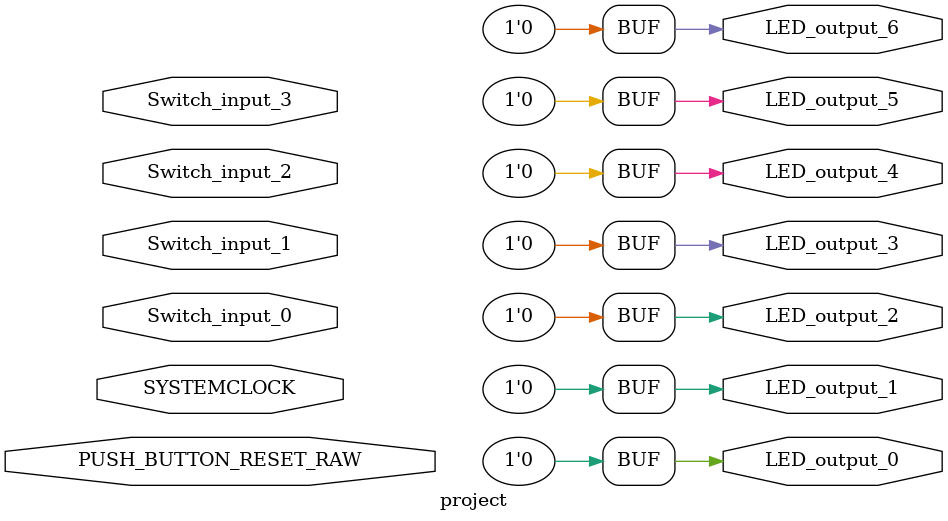
<source format=v>
module project
   (
    output wire LED_output_0,
    output wire LED_output_1,
    output wire LED_output_2,
    output wire LED_output_3,
    output wire LED_output_4,
    output wire LED_output_5,
    output wire LED_output_6,
    input wire 	Switch_input_0,
    input wire 	Switch_input_1,
    input wire 	Switch_input_2,
    input wire 	Switch_input_3,
    input wire 	SYSTEMCLOCK,
    input wire 	PUSH_BUTTON_RESET_RAW //Xilinx GTP - this is active low-
    );

   assign LED_output_0 = 1'b0;
   assign LED_output_1 = 1'b0;
   assign LED_output_2 = 1'b0;
   assign LED_output_3 = 1'b0;
   assign LED_output_4 = 1'b0;
   assign LED_output_5 = 1'b0;
   assign LED_output_6 = 1'b0;

endmodule
</source>
